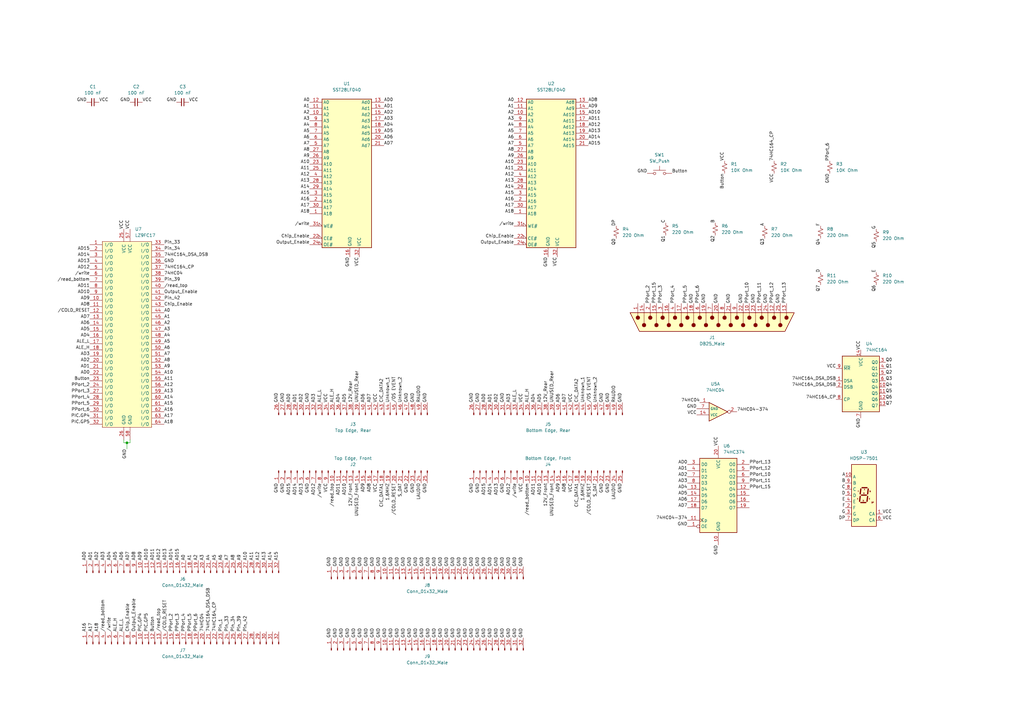
<source format=kicad_sch>
(kicad_sch (version 20211123) (generator eeschema)
  (paper "A3")
  (lib_symbols
    (symbol "74xx:74HC04"
      (property "Reference" "U5" (at -1.27 11.43 0))
      (property "Value" "74HC04" (at -1.27 8.89 0))
      (symbol "74HC04_1_0"
        (pin input line (at -7.62 3.81 0) (length 3.81) (name "~") (number "1"))
        (pin output inverted (at 7.62 0 180) (length 3.81) (name "~") (number "2"))
      )
      (symbol "74HC04_1_1"
        (pin power_in line (at -8.89 -1.27 0) (length 5.08) (name "VCC") (number "14"))
        (pin power_in line (at -8.89 1.27 0) (length 5.08) (name "GND") (number "7"))
      )
      (symbol "74HC04_2_0"
        (pin input line (at -7.62 0 0) (length 3.81) (name "~") (number "3"))
        (pin output inverted (at 7.62 0 180) (length 3.81) (name "~") (number "4"))
      )
      (symbol "74HC04_3_0"
        (pin input line (at -7.62 0 0) (length 3.81) (name "~") (number "5"))
        (pin output inverted (at 7.62 0 180) (length 3.81) (name "~") (number "6"))
      )
      (symbol "74HC04_4_0"
        (pin output inverted (at 7.62 0 180) (length 3.81) (name "~") (number "8"))
        (pin input line (at -7.62 0 0) (length 3.81) (name "~") (number "9"))
      )
      (symbol "74HC04_5_0"
        (pin output inverted (at 7.62 0 180) (length 3.81) (name "~") (number "10"))
        (pin input line (at -7.62 0 0) (length 3.81) (name "~") (number "11"))
      )
      (symbol "74HC04_6_0"
        (pin output inverted (at 7.62 0 180) (length 3.81) (name "~") (number "12"))
        (pin input line (at -7.62 0 0) (length 3.81) (name "~") (number "13"))
      )
      (symbol "74HC04_7_0"
        (pin power_in line (at 0 12.7 270) (length 5.08) (name "VCC") (number "14"))
        (pin power_in line (at 0 -12.7 90) (length 5.08) (name "GND") (number "7"))
      )
    )
    (symbol "74xx:74HC164"
      (property "Reference" "U" (at 1.905 -13.97 0))
      (property "Value" "74HC164" (at 1.905 -16.51 0))
      (symbol "74HC164_1_1"
        (pin input line (at -10.16 0 0) (length 2.54) (name "DSA") (number "1"))
        (pin output line (at 10.16 -2.54 180) (length 2.54) (name "Q4") (number "10"))
        (pin output line (at 10.16 -5.08 180) (length 2.54) (name "Q5") (number "11"))
        (pin output line (at 10.16 -7.62 180) (length 2.54) (name "Q6") (number "12"))
        (pin output line (at 10.16 -10.16 180) (length 2.54) (name "Q7") (number "13"))
        (pin power_in line (at 0 12.7 270) (length 2.54) (name "VCC") (number "14"))
        (pin input line (at -10.16 -2.54 0) (length 2.54) (name "DSB") (number "2"))
        (pin output line (at 10.16 7.62 180) (length 2.54) (name "Q0") (number "3"))
        (pin output line (at 10.16 5.08 180) (length 2.54) (name "Q1") (number "4"))
        (pin output line (at 10.16 2.54 180) (length 2.54) (name "Q2") (number "5"))
        (pin output line (at 10.16 0 180) (length 2.54) (name "Q3") (number "6"))
        (pin power_in line (at 0 -15.24 90) (length 2.54) (name "GND") (number "7"))
        (pin input line (at -10.16 -7.62 0) (length 2.54) (name "CP") (number "8"))
        (pin input line (at -10.16 5.08 0) (length 2.54) (name "~{MR}") (number "9"))
      )
    )
    (symbol "74xx:74HC374"
      (property "Reference" "U" (at -7.62 16.51 0))
      (property "Value" "74HC374" (at -7.62 -16.51 0))
      (symbol "74HC374_1_0"
        (pin input inverted (at -12.7 -12.7 0) (length 5.08) (name "OE") (number "1"))
        (pin power_in line (at 0 -20.32 90) (length 5.08) (name "GND") (number "10"))
        (pin input clock (at -12.7 -10.16 0) (length 5.08) (name "Cp") (number "11"))
        (pin tri_state line (at 12.7 2.54 180) (length 5.08) (name "O4") (number "12"))
        (pin input line (at -12.7 2.54 0) (length 5.08) (name "D4") (number "13"))
        (pin input line (at -12.7 0 0) (length 5.08) (name "D5") (number "14"))
        (pin tri_state line (at 12.7 0 180) (length 5.08) (name "O5") (number "15"))
        (pin tri_state line (at 12.7 -2.54 180) (length 5.08) (name "O6") (number "16"))
        (pin input line (at -12.7 -2.54 0) (length 5.08) (name "D6") (number "17"))
        (pin input line (at -12.7 -5.08 0) (length 5.08) (name "D7") (number "18"))
        (pin tri_state line (at 12.7 -5.08 180) (length 5.08) (name "O7") (number "19"))
        (pin tri_state line (at 12.7 12.7 180) (length 5.08) (name "O0") (number "2"))
        (pin power_in line (at 0 20.32 270) (length 5.08) (name "VCC") (number "20"))
        (pin input line (at -12.7 12.7 0) (length 5.08) (name "D0") (number "3"))
        (pin input line (at -12.7 10.16 0) (length 5.08) (name "D1") (number "4"))
        (pin tri_state line (at 12.7 10.16 180) (length 5.08) (name "O1") (number "5"))
        (pin tri_state line (at 12.7 7.62 180) (length 5.08) (name "O2") (number "6"))
        (pin input line (at -12.7 7.62 0) (length 5.08) (name "D2") (number "7"))
        (pin input line (at -12.7 5.08 0) (length 5.08) (name "D3") (number "8"))
        (pin tri_state line (at 12.7 5.08 180) (length 5.08) (name "O3") (number "9"))
      )
    )
    (symbol "Conn_01x25_Male_1" (pin_names (offset 1.016) hide)
      (property "Reference" "J?" (at 0 -5.08 90))
      (property "Value" "Conn_01x25_Male" (at 0 -2.54 90))
      (symbol "Conn_01x25_Male_1_1_1"
        (pin passive line (at 5.08 30.48 180) (length 3.81) (name "Pin_1") (number "26"))
        (pin passive line (at 5.08 27.94 180) (length 3.81) (name "Pin_2") (number "27"))
        (pin passive line (at 5.08 25.4 180) (length 3.81) (name "Pin_3") (number "28"))
        (pin passive line (at 5.08 22.86 180) (length 3.81) (name "Pin_4") (number "29"))
        (pin passive line (at 5.08 20.32 180) (length 3.81) (name "Pin_5") (number "30"))
        (pin passive line (at 5.08 17.78 180) (length 3.81) (name "Pin_6") (number "31"))
        (pin passive line (at 5.08 15.24 180) (length 3.81) (name "Pin_7") (number "32"))
        (pin passive line (at 5.08 12.7 180) (length 3.81) (name "Pin_8") (number "33"))
        (pin passive line (at 5.08 10.16 180) (length 3.81) (name "Pin_9") (number "34"))
        (pin passive line (at 5.08 7.62 180) (length 3.81) (name "Pin_10") (number "35"))
        (pin passive line (at 5.08 5.08 180) (length 3.81) (name "Pin_11") (number "36"))
        (pin passive line (at 5.08 2.54 180) (length 3.81) (name "Pin_12") (number "37"))
        (pin passive line (at 5.08 0 180) (length 3.81) (name "Pin_13") (number "38"))
        (pin passive line (at 5.08 -2.54 180) (length 3.81) (name "Pin_14") (number "39"))
        (pin passive line (at 5.08 -5.08 180) (length 3.81) (name "Pin_15") (number "40"))
        (pin passive line (at 5.08 -7.62 180) (length 3.81) (name "Pin_16") (number "41"))
        (pin passive line (at 5.08 -10.16 180) (length 3.81) (name "Pin_17") (number "42"))
        (pin passive line (at 5.08 -12.7 180) (length 3.81) (name "Pin_18") (number "43"))
        (pin passive line (at 5.08 -15.24 180) (length 3.81) (name "Pin_19") (number "44"))
        (pin passive line (at 5.08 -17.78 180) (length 3.81) (name "Pin_20") (number "45"))
        (pin passive line (at 5.08 -20.32 180) (length 3.81) (name "Pin_21") (number "46"))
        (pin passive line (at 5.08 -22.86 180) (length 3.81) (name "Pin_22") (number "47"))
        (pin passive line (at 5.08 -25.4 180) (length 3.81) (name "Pin_23") (number "48"))
        (pin passive line (at 5.08 -27.94 180) (length 3.81) (name "Pin_24") (number "49"))
        (pin passive line (at 5.08 -30.48 180) (length 3.81) (name "Pin_25") (number "50"))
      )
    )
    (symbol "Conn_01x25_Male_2" (pin_names (offset 1.016) hide)
      (property "Reference" "J5" (at 0 -2.54 90))
      (property "Value" "Conn_01x25_Male_2" (at 0 -5.08 90))
      (symbol "Conn_01x25_Male_2_1_1"
        (pin passive line (at 5.08 -30.48 180) (length 3.81) (name "Pin_25") (number "26"))
        (pin passive line (at 5.08 -27.94 180) (length 3.81) (name "Pin_24") (number "27"))
        (pin passive line (at 5.08 -25.4 180) (length 3.81) (name "Pin_23") (number "28"))
        (pin passive line (at 5.08 -22.86 180) (length 3.81) (name "Pin_22") (number "29"))
        (pin passive line (at 5.08 -20.32 180) (length 3.81) (name "Pin_21") (number "30"))
        (pin passive line (at 5.08 -17.78 180) (length 3.81) (name "Pin_20") (number "31"))
        (pin passive line (at 5.08 -15.24 180) (length 3.81) (name "Pin_19") (number "32"))
        (pin passive line (at 5.08 -12.7 180) (length 3.81) (name "Pin_18") (number "33"))
        (pin passive line (at 5.08 -10.16 180) (length 3.81) (name "Pin_17") (number "34"))
        (pin passive line (at 5.08 -7.62 180) (length 3.81) (name "Pin_16") (number "35"))
        (pin passive line (at 5.08 -5.08 180) (length 3.81) (name "Pin_15") (number "36"))
        (pin passive line (at 5.08 -2.54 180) (length 3.81) (name "Pin_14") (number "37"))
        (pin passive line (at 5.08 0 180) (length 3.81) (name "Pin_13") (number "38"))
        (pin passive line (at 5.08 2.54 180) (length 3.81) (name "Pin_12") (number "39"))
        (pin passive line (at 5.08 5.08 180) (length 3.81) (name "Pin_11") (number "40"))
        (pin passive line (at 5.08 7.62 180) (length 3.81) (name "Pin_10") (number "41"))
        (pin passive line (at 5.08 10.16 180) (length 3.81) (name "Pin_9") (number "42"))
        (pin passive line (at 5.08 12.7 180) (length 3.81) (name "Pin_8") (number "43"))
        (pin passive line (at 5.08 15.24 180) (length 3.81) (name "Pin_7") (number "44"))
        (pin passive line (at 5.08 17.78 180) (length 3.81) (name "Pin_6") (number "45"))
        (pin passive line (at 5.08 20.32 180) (length 3.81) (name "Pin_5") (number "46"))
        (pin passive line (at 5.08 22.86 180) (length 3.81) (name "Pin_4") (number "47"))
        (pin passive line (at 5.08 25.4 180) (length 3.81) (name "Pin_3") (number "48"))
        (pin passive line (at 5.08 27.94 180) (length 3.81) (name "Pin_2") (number "49"))
        (pin passive line (at 5.08 30.48 180) (length 3.81) (name "Pin_1") (number "50"))
      )
    )
    (symbol "Connector:Conn_01x25_Male" (pin_names (offset 1.016) hide)
      (property "Reference" "J" (at 0 33.02 0))
      (property "Value" "Conn_01x25_Male" (at 0 -33.02 0))
      (symbol "Conn_01x25_Male_1_1"
        (pin passive line (at 5.08 30.48 180) (length 3.81) (name "Pin_1") (number "1"))
        (pin passive line (at 5.08 7.62 180) (length 3.81) (name "Pin_10") (number "10"))
        (pin passive line (at 5.08 5.08 180) (length 3.81) (name "Pin_11") (number "11"))
        (pin passive line (at 5.08 2.54 180) (length 3.81) (name "Pin_12") (number "12"))
        (pin passive line (at 5.08 0 180) (length 3.81) (name "Pin_13") (number "13"))
        (pin passive line (at 5.08 -2.54 180) (length 3.81) (name "Pin_14") (number "14"))
        (pin passive line (at 5.08 -5.08 180) (length 3.81) (name "Pin_15") (number "15"))
        (pin passive line (at 5.08 -7.62 180) (length 3.81) (name "Pin_16") (number "16"))
        (pin passive line (at 5.08 -10.16 180) (length 3.81) (name "Pin_17") (number "17"))
        (pin passive line (at 5.08 -12.7 180) (length 3.81) (name "Pin_18") (number "18"))
        (pin passive line (at 5.08 -15.24 180) (length 3.81) (name "Pin_19") (number "19"))
        (pin passive line (at 5.08 27.94 180) (length 3.81) (name "Pin_2") (number "2"))
        (pin passive line (at 5.08 -17.78 180) (length 3.81) (name "Pin_20") (number "20"))
        (pin passive line (at 5.08 -20.32 180) (length 3.81) (name "Pin_21") (number "21"))
        (pin passive line (at 5.08 -22.86 180) (length 3.81) (name "Pin_22") (number "22"))
        (pin passive line (at 5.08 -25.4 180) (length 3.81) (name "Pin_23") (number "23"))
        (pin passive line (at 5.08 -27.94 180) (length 3.81) (name "Pin_24") (number "24"))
        (pin passive line (at 5.08 -30.48 180) (length 3.81) (name "Pin_25") (number "25"))
        (pin passive line (at 5.08 25.4 180) (length 3.81) (name "Pin_3") (number "3"))
        (pin passive line (at 5.08 22.86 180) (length 3.81) (name "Pin_4") (number "4"))
        (pin passive line (at 5.08 20.32 180) (length 3.81) (name "Pin_5") (number "5"))
        (pin passive line (at 5.08 17.78 180) (length 3.81) (name "Pin_6") (number "6"))
        (pin passive line (at 5.08 15.24 180) (length 3.81) (name "Pin_7") (number "7"))
        (pin passive line (at 5.08 12.7 180) (length 3.81) (name "Pin_8") (number "8"))
        (pin passive line (at 5.08 10.16 180) (length 3.81) (name "Pin_9") (number "9"))
      )
    )
    (symbol "Connector:Conn_01x32_Male" (pin_names (offset 1.016) hide)
      (property "Reference" "J" (at 0 40.64 0))
      (property "Value" "Conn_01x32_Male" (at 0 -43.18 0))
      (symbol "Conn_01x32_Male_1_1"
        (pin passive line (at 5.08 38.1 180) (length 3.81) (name "Pin_1") (number "1"))
        (pin passive line (at 5.08 15.24 180) (length 3.81) (name "Pin_10") (number "10"))
        (pin passive line (at 5.08 12.7 180) (length 3.81) (name "Pin_11") (number "11"))
        (pin passive line (at 5.08 10.16 180) (length 3.81) (name "Pin_12") (number "12"))
        (pin passive line (at 5.08 7.62 180) (length 3.81) (name "Pin_13") (number "13"))
        (pin passive line (at 5.08 5.08 180) (length 3.81) (name "Pin_14") (number "14"))
        (pin passive line (at 5.08 2.54 180) (length 3.81) (name "Pin_15") (number "15"))
        (pin passive line (at 5.08 0 180) (length 3.81) (name "Pin_16") (number "16"))
        (pin passive line (at 5.08 -2.54 180) (length 3.81) (name "Pin_17") (number "17"))
        (pin passive line (at 5.08 -5.08 180) (length 3.81) (name "Pin_18") (number "18"))
        (pin passive line (at 5.08 -7.62 180) (length 3.81) (name "Pin_19") (number "19"))
        (pin passive line (at 5.08 35.56 180) (length 3.81) (name "Pin_2") (number "2"))
        (pin passive line (at 5.08 -10.16 180) (length 3.81) (name "Pin_20") (number "20"))
        (pin passive line (at 5.08 -12.7 180) (length 3.81) (name "Pin_21") (number "21"))
        (pin passive line (at 5.08 -15.24 180) (length 3.81) (name "Pin_22") (number "22"))
        (pin passive line (at 5.08 -17.78 180) (length 3.81) (name "Pin_23") (number "23"))
        (pin passive line (at 5.08 -20.32 180) (length 3.81) (name "Pin_24") (number "24"))
        (pin passive line (at 5.08 -22.86 180) (length 3.81) (name "Pin_25") (number "25"))
        (pin passive line (at 5.08 -25.4 180) (length 3.81) (name "Pin_26") (number "26"))
        (pin passive line (at 5.08 -27.94 180) (length 3.81) (name "Pin_27") (number "27"))
        (pin passive line (at 5.08 -30.48 180) (length 3.81) (name "Pin_28") (number "28"))
        (pin passive line (at 5.08 -33.02 180) (length 3.81) (name "Pin_29") (number "29"))
        (pin passive line (at 5.08 33.02 180) (length 3.81) (name "Pin_3") (number "3"))
        (pin passive line (at 5.08 -35.56 180) (length 3.81) (name "Pin_30") (number "30"))
        (pin passive line (at 5.08 -38.1 180) (length 3.81) (name "Pin_31") (number "31"))
        (pin passive line (at 5.08 -40.64 180) (length 3.81) (name "Pin_32") (number "32"))
        (pin passive line (at 5.08 30.48 180) (length 3.81) (name "Pin_4") (number "4"))
        (pin passive line (at 5.08 27.94 180) (length 3.81) (name "Pin_5") (number "5"))
        (pin passive line (at 5.08 25.4 180) (length 3.81) (name "Pin_6") (number "6"))
        (pin passive line (at 5.08 22.86 180) (length 3.81) (name "Pin_7") (number "7"))
        (pin passive line (at 5.08 20.32 180) (length 3.81) (name "Pin_8") (number "8"))
        (pin passive line (at 5.08 17.78 180) (length 3.81) (name "Pin_9") (number "9"))
      )
    )
    (symbol "Connector:DB25_Male" (pin_names (offset 1.016) hide)
      (property "Reference" "J" (at 0 34.29 0))
      (property "Value" "DB25_Male" (at 0 -34.925 0))
      (symbol "DB25_Male_1_1"
        (pin passive line (at -7.62 -30.48 0) (length 3.81) (name "1") (number "1"))
        (pin passive line (at -7.62 15.24 0) (length 3.81) (name "10") (number "10"))
        (pin passive line (at -7.62 20.32 0) (length 3.81) (name "11") (number "11"))
        (pin passive line (at -7.62 25.4 0) (length 3.81) (name "12") (number "12"))
        (pin passive line (at -7.62 30.48 0) (length 3.81) (name "13") (number "13"))
        (pin passive line (at -7.62 -27.94 0) (length 3.81) (name "P14") (number "14"))
        (pin passive line (at -7.62 -22.86 0) (length 3.81) (name "P15") (number "15"))
        (pin passive line (at -7.62 -17.78 0) (length 3.81) (name "P16") (number "16"))
        (pin passive line (at -7.62 -12.7 0) (length 3.81) (name "P17") (number "17"))
        (pin passive line (at -7.62 -7.62 0) (length 3.81) (name "P18") (number "18"))
        (pin passive line (at -7.62 -2.54 0) (length 3.81) (name "P19") (number "19"))
        (pin passive line (at -7.62 -25.4 0) (length 3.81) (name "2") (number "2"))
        (pin passive line (at -7.62 2.54 0) (length 3.81) (name "P20") (number "20"))
        (pin passive line (at -7.62 7.62 0) (length 3.81) (name "P21") (number "21"))
        (pin passive line (at -7.62 12.7 0) (length 3.81) (name "P22") (number "22"))
        (pin passive line (at -7.62 17.78 0) (length 3.81) (name "P23") (number "23"))
        (pin passive line (at -7.62 22.86 0) (length 3.81) (name "P24") (number "24"))
        (pin passive line (at -7.62 27.94 0) (length 3.81) (name "P25") (number "25"))
        (pin passive line (at -7.62 -20.32 0) (length 3.81) (name "3") (number "3"))
        (pin passive line (at -7.62 -15.24 0) (length 3.81) (name "4") (number "4"))
        (pin passive line (at -7.62 -10.16 0) (length 3.81) (name "5") (number "5"))
        (pin passive line (at -7.62 -5.08 0) (length 3.81) (name "6") (number "6"))
        (pin passive line (at -7.62 0 0) (length 3.81) (name "7") (number "7"))
        (pin passive line (at -7.62 5.08 0) (length 3.81) (name "8") (number "8"))
        (pin passive line (at -7.62 10.16 0) (length 3.81) (name "9") (number "9"))
      )
    )
    (symbol "Custom_Flash:SST28LF040"
      (property "Reference" "U1" (at 0 38.1 0))
      (property "Value" "SST28LF040" (at 0 35.56 0))
      (symbol "SST28LF040_1_1"
        (pin input line (at -15.24 -15.24 0) (length 5.08) (name "A18") (number "1"))
        (pin input line (at -15.24 25.4 0) (length 5.08) (name "A2") (number "10"))
        (pin input line (at -15.24 27.94 0) (length 5.08) (name "A1") (number "11"))
        (pin input line (at -15.24 30.48 0) (length 5.08) (name "A0") (number "12"))
        (pin tri_state line (at 15.24 30.48 180) (length 5.08) (name "Ad0") (number "13"))
        (pin tri_state line (at 15.24 27.94 180) (length 5.08) (name "Ad1") (number "14"))
        (pin tri_state line (at 15.24 25.4 180) (length 5.08) (name "Ad2") (number "15"))
        (pin power_in line (at 1.27 -33.02 90) (length 3.81) (name "GND") (number "16"))
        (pin tri_state line (at 15.24 22.86 180) (length 5.08) (name "Ad3") (number "17"))
        (pin tri_state line (at 15.24 20.32 180) (length 5.08) (name "Ad4") (number "18"))
        (pin tri_state line (at 15.24 17.78 180) (length 5.08) (name "Ad5") (number "19"))
        (pin input line (at -15.24 -10.16 0) (length 5.08) (name "A16") (number "2"))
        (pin tri_state line (at 15.24 15.24 180) (length 5.08) (name "Ad6") (number "20"))
        (pin tri_state line (at 15.24 12.7 180) (length 5.08) (name "Ad7") (number "21"))
        (pin input input_low (at -15.24 -25.4 0) (length 5.08) (name "CE#") (number "22"))
        (pin input line (at -15.24 5.08 0) (length 5.08) (name "A10") (number "23"))
        (pin input input_low (at -15.24 -27.94 0) (length 5.08) (name "OE#") (number "24"))
        (pin input line (at -15.24 2.54 0) (length 5.08) (name "A11") (number "25"))
        (pin input line (at -15.24 7.62 0) (length 5.08) (name "A9") (number "26"))
        (pin input line (at -15.24 10.16 0) (length 5.08) (name "A8") (number "27"))
        (pin input line (at -15.24 -2.54 0) (length 5.08) (name "A13") (number "28"))
        (pin input line (at -15.24 -5.08 0) (length 5.08) (name "A14") (number "29"))
        (pin input line (at -15.24 -7.62 0) (length 5.08) (name "A15") (number "3"))
        (pin input line (at -15.24 -12.7 0) (length 5.08) (name "A17") (number "30"))
        (pin input input_low (at -15.24 -20.32 0) (length 5.08) (name "WE#") (number "31"))
        (pin power_in line (at 5.08 -33.02 90) (length 3.81) (name "VCC") (number "32"))
        (pin input line (at -15.24 0 0) (length 5.08) (name "A12") (number "4"))
        (pin input line (at -15.24 12.7 0) (length 5.08) (name "A7") (number "5"))
        (pin input line (at -15.24 15.24 0) (length 5.08) (name "A6") (number "6"))
        (pin input line (at -15.24 17.78 0) (length 5.08) (name "A5") (number "7"))
        (pin input line (at -15.24 20.32 0) (length 5.08) (name "A4") (number "8"))
        (pin input line (at -15.24 22.86 0) (length 5.08) (name "A3") (number "9"))
      )
    )
    (symbol "Custom_GAL:LZ9FC17" (pin_names (offset 1.016))
      (property "Reference" "U" (at -7.62 50.8 0))
      (property "Value" "LZ9FC17" (at 2.54 50.8 0))
      (symbol "LZ9FC17_1_1"
        (pin tri_state line (at -15.24 35.56 0) (length 5.08) (name "I/O") (number "1"))
        (pin tri_state line (at -15.24 12.7 0) (length 5.08) (name "I/O") (number "10"))
        (pin tri_state line (at -15.24 10.16 0) (length 5.08) (name "I/O") (number "11"))
        (pin tri_state line (at -15.24 7.62 0) (length 5.08) (name "I/O") (number "12"))
        (pin tri_state line (at -15.24 5.08 0) (length 5.08) (name "I/O") (number "13"))
        (pin tri_state line (at -15.24 2.54 0) (length 5.08) (name "I/O") (number "14"))
        (pin tri_state line (at -15.24 0 0) (length 5.08) (name "I/O") (number "15"))
        (pin tri_state line (at -15.24 -2.54 0) (length 5.08) (name "I/O") (number "16"))
        (pin tri_state line (at -15.24 -5.08 0) (length 5.08) (name "I/O") (number "17"))
        (pin tri_state line (at -15.24 -7.62 0) (length 5.08) (name "I/O") (number "18"))
        (pin tri_state line (at -15.24 -10.16 0) (length 5.08) (name "I/O") (number "19"))
        (pin tri_state line (at -15.24 33.02 0) (length 5.08) (name "I/O") (number "2"))
        (pin tri_state line (at -15.24 -12.7 0) (length 5.08) (name "I/O") (number "20"))
        (pin tri_state line (at -15.24 -15.24 0) (length 5.08) (name "I/O") (number "21"))
        (pin tri_state line (at -15.24 -17.78 0) (length 5.08) (name "I/O") (number "22"))
        (pin tri_state line (at -15.24 -20.32 0) (length 5.08) (name "I/O") (number "23"))
        (pin tri_state line (at -15.24 -22.86 0) (length 5.08) (name "I/O") (number "24"))
        (pin power_in line (at -1.27 41.91 270) (length 5.08) (name "VCC") (number "25"))
        (pin power_in line (at -1.27 -44.45 90) (length 5.08) (name "GND") (number "26"))
        (pin tri_state line (at -15.24 -25.4 0) (length 5.08) (name "I/O") (number "27"))
        (pin tri_state line (at -15.24 -27.94 0) (length 5.08) (name "I/O") (number "28"))
        (pin tri_state line (at -15.24 -30.48 0) (length 5.08) (name "I/O") (number "29"))
        (pin tri_state line (at -15.24 30.48 0) (length 5.08) (name "I/O") (number "3"))
        (pin tri_state line (at -15.24 -33.02 0) (length 5.08) (name "I/O") (number "30"))
        (pin tri_state line (at -15.24 -35.56 0) (length 5.08) (name "I/O") (number "31"))
        (pin tri_state line (at -15.24 -38.1 0) (length 5.08) (name "I/O") (number "32"))
        (pin tri_state line (at 15.24 35.56 180) (length 5.08) (name "I/O") (number "33"))
        (pin tri_state line (at 15.24 33.02 180) (length 5.08) (name "I/O") (number "34"))
        (pin tri_state line (at 15.24 30.48 180) (length 5.08) (name "I/O") (number "35"))
        (pin tri_state line (at 15.24 27.94 180) (length 5.08) (name "I/O") (number "36"))
        (pin tri_state line (at 15.24 25.4 180) (length 5.08) (name "I/O") (number "37"))
        (pin tri_state line (at 15.24 22.86 180) (length 5.08) (name "I/O") (number "38"))
        (pin tri_state line (at 15.24 20.32 180) (length 5.08) (name "I/O") (number "39"))
        (pin tri_state line (at -15.24 27.94 0) (length 5.08) (name "I/O") (number "4"))
        (pin tri_state line (at 15.24 17.78 180) (length 5.08) (name "I/O") (number "40"))
        (pin tri_state line (at 15.24 15.24 180) (length 5.08) (name "I/O") (number "41"))
        (pin tri_state line (at 15.24 12.7 180) (length 5.08) (name "I/O") (number "42"))
        (pin tri_state line (at 15.24 10.16 180) (length 5.08) (name "I/O") (number "43"))
        (pin tri_state line (at 15.24 7.62 180) (length 5.08) (name "I/O") (number "44"))
        (pin tri_state line (at 15.24 5.08 180) (length 5.08) (name "I/O") (number "45"))
        (pin tri_state line (at 15.24 2.54 180) (length 5.08) (name "I/O") (number "46"))
        (pin tri_state line (at 15.24 0 180) (length 5.08) (name "I/O") (number "47"))
        (pin tri_state line (at 15.24 -2.54 180) (length 5.08) (name "I/O") (number "48"))
        (pin tri_state line (at 15.24 -5.08 180) (length 5.08) (name "I/O") (number "49"))
        (pin tri_state line (at -15.24 25.4 0) (length 5.08) (name "I/O") (number "5"))
        (pin tri_state line (at 15.24 -7.62 180) (length 5.08) (name "I/O") (number "50"))
        (pin tri_state line (at 15.24 -10.16 180) (length 5.08) (name "I/O") (number "51"))
        (pin tri_state line (at 15.24 -12.7 180) (length 5.08) (name "I/O") (number "52"))
        (pin tri_state line (at 15.24 -15.24 180) (length 5.08) (name "I/O") (number "53"))
        (pin tri_state line (at 15.24 -17.78 180) (length 5.08) (name "I/O") (number "54"))
        (pin tri_state line (at 15.24 -20.32 180) (length 5.08) (name "I/O") (number "55"))
        (pin tri_state line (at 15.24 -22.86 180) (length 5.08) (name "I/O") (number "56"))
        (pin power_in line (at 1.27 41.91 270) (length 5.08) (name "VCC") (number "57"))
        (pin tri_state line (at 1.27 -44.45 90) (length 5.08) (name "GND") (number "58"))
        (pin tri_state line (at 15.24 -25.4 180) (length 5.08) (name "I/O") (number "59"))
        (pin tri_state line (at -15.24 22.86 0) (length 5.08) (name "I/O") (number "6"))
        (pin tri_state line (at 15.24 -27.94 180) (length 5.08) (name "I/O") (number "60"))
        (pin tri_state line (at 15.24 -30.48 180) (length 5.08) (name "I/O") (number "61"))
        (pin tri_state line (at 15.24 -33.02 180) (length 5.08) (name "I/O") (number "62"))
        (pin tri_state line (at 15.24 -35.56 180) (length 5.08) (name "I/O") (number "63"))
        (pin tri_state line (at 15.24 -38.1 180) (length 5.08) (name "I/O") (number "64"))
        (pin tri_state line (at -15.24 20.32 0) (length 5.08) (name "I/O") (number "7"))
        (pin tri_state line (at -15.24 17.78 0) (length 5.08) (name "I/O") (number "8"))
        (pin tri_state line (at -15.24 15.24 0) (length 5.08) (name "I/O") (number "9"))
      )
    )
    (symbol "Device:C_Small" (pin_numbers hide) (pin_names (offset 0.254) hide)
      (property "Reference" "C" (at 0.254 1.778 0))
      (property "Value" "C_Small" (at 0.254 -2.032 0))
      (symbol "C_Small_1_1"
        (pin passive line (at 0 2.54 270) (length 2.032) (name "~") (number "1"))
        (pin passive line (at 0 -2.54 90) (length 2.032) (name "~") (number "2"))
      )
    )
    (symbol "Device:R_Small_US" (pin_numbers hide) (pin_names (offset 0.254) hide)
      (property "Reference" "R" (at 0.762 0.508 0))
      (property "Value" "R_Small_US" (at 0.762 -1.016 0))
      (symbol "R_Small_US_1_1"
        (pin passive line (at 0 2.54 270) (length 1.016) (name "~") (number "1"))
        (pin passive line (at 0 -2.54 90) (length 1.016) (name "~") (number "2"))
      )
    )
    (symbol "Display_Character:HDSP-7501"
      (property "Reference" "U" (at -3.81 13.97 0))
      (property "Value" "HDSP-7501" (at 6.35 13.97 0))
      (symbol "HDSP-7501_1_0"
        (text "A" (at 0.254 2.413 0) (effects (font (size 0.508 0.508))))
        (text "B" (at 2.54 1.651 0) (effects (font (size 0.508 0.508))))
        (text "C" (at 2.286 -1.397 0) (effects (font (size 0.508 0.508))))
        (text "D" (at -0.254 -2.159 0) (effects (font (size 0.508 0.508))))
        (text "DP" (at 3.556 -2.921 0) (effects (font (size 0.508 0.508))))
        (text "E" (at -2.54 -1.397 0) (effects (font (size 0.508 0.508))))
        (text "F" (at -2.286 1.651 0) (effects (font (size 0.508 0.508))))
        (text "G" (at 0 0.889 0) (effects (font (size 0.508 0.508))))
      )
      (symbol "HDSP-7501_1_1"
        (pin input line (at 7.62 -7.62 180) (length 2.54) (name "CA") (number "1"))
        (pin input line (at -7.62 7.62 0) (length 2.54) (name "A") (number "10"))
        (pin input line (at -7.62 -5.08 0) (length 2.54) (name "F") (number "2"))
        (pin input line (at -7.62 -7.62 0) (length 2.54) (name "G") (number "3"))
        (pin input line (at -7.62 -2.54 0) (length 2.54) (name "E") (number "4"))
        (pin input line (at -7.62 0 0) (length 2.54) (name "D") (number "5"))
        (pin input line (at 7.62 -10.16 180) (length 2.54) (name "CA") (number "6"))
        (pin input line (at -7.62 -10.16 0) (length 2.54) (name "DP") (number "7"))
        (pin input line (at -7.62 2.54 0) (length 2.54) (name "C") (number "8"))
        (pin input line (at -7.62 5.08 0) (length 2.54) (name "B") (number "9"))
      )
    )
    (symbol "SST28LF040_1"
      (property "Reference" "U2" (at 0 38.1 0))
      (property "Value" "SST28LF040" (at 0 35.56 0))
      (symbol "SST28LF040_1_1_1"
        (pin input line (at -15.24 -15.24 0) (length 5.08) (name "A18") (number "1"))
        (pin input line (at -15.24 25.4 0) (length 5.08) (name "A2") (number "10"))
        (pin input line (at -15.24 27.94 0) (length 5.08) (name "A1") (number "11"))
        (pin input line (at -15.24 30.48 0) (length 5.08) (name "A0") (number "12"))
        (pin tri_state line (at 15.24 30.48 180) (length 5.08) (name "Ad8") (number "13"))
        (pin tri_state line (at 15.24 27.94 180) (length 5.08) (name "Ad9") (number "14"))
        (pin tri_state line (at 15.24 25.4 180) (length 5.08) (name "Ad10") (number "15"))
        (pin power_in line (at -1.27 -33.02 90) (length 3.81) (name "GND") (number "16"))
        (pin tri_state line (at 15.24 22.86 180) (length 5.08) (name "Ad11") (number "17"))
        (pin tri_state line (at 15.24 20.32 180) (length 5.08) (name "Ad12") (number "18"))
        (pin tri_state line (at 15.24 17.78 180) (length 5.08) (name "Ad13") (number "19"))
        (pin input line (at -15.24 -10.16 0) (length 5.08) (name "A16") (number "2"))
        (pin tri_state line (at 15.24 15.24 180) (length 5.08) (name "Ad14") (number "20"))
        (pin tri_state line (at 15.24 12.7 180) (length 5.08) (name "Ad15") (number "21"))
        (pin input input_low (at -15.24 -25.4 0) (length 5.08) (name "CE#") (number "22"))
        (pin input line (at -15.24 5.08 0) (length 5.08) (name "A10") (number "23"))
        (pin input input_low (at -15.24 -27.94 0) (length 5.08) (name "OE#") (number "24"))
        (pin input line (at -15.24 2.54 0) (length 5.08) (name "A11") (number "25"))
        (pin input line (at -15.24 7.62 0) (length 5.08) (name "A9") (number "26"))
        (pin input line (at -15.24 10.16 0) (length 5.08) (name "A8") (number "27"))
        (pin input line (at -15.24 -2.54 0) (length 5.08) (name "A13") (number "28"))
        (pin input line (at -15.24 -5.08 0) (length 5.08) (name "A14") (number "29"))
        (pin input line (at -15.24 -7.62 0) (length 5.08) (name "A15") (number "3"))
        (pin input line (at -15.24 -12.7 0) (length 5.08) (name "A17") (number "30"))
        (pin input input_low (at -15.24 -20.32 0) (length 5.08) (name "WE#") (number "31"))
        (pin power_in line (at 2.54 -33.02 90) (length 3.81) (name "VCC") (number "32"))
        (pin input line (at -15.24 0 0) (length 5.08) (name "A12") (number "4"))
        (pin input line (at -15.24 12.7 0) (length 5.08) (name "A7") (number "5"))
        (pin input line (at -15.24 15.24 0) (length 5.08) (name "A6") (number "6"))
        (pin input line (at -15.24 17.78 0) (length 5.08) (name "A5") (number "7"))
        (pin input line (at -15.24 20.32 0) (length 5.08) (name "A4") (number "8"))
        (pin input line (at -15.24 22.86 0) (length 5.08) (name "A3") (number "9"))
      )
    )
    (symbol "Switch:SW_Push" (pin_numbers hide) (pin_names (offset 1.016) hide)
      (property "Reference" "SW" (at 1.27 2.54 0))
      (property "Value" "SW_Push" (at 0 -1.524 0))
      (symbol "SW_Push_0_1"
        (pin passive line (at -5.08 0 0) (length 2.54) (name "1") (number "1"))
        (pin passive line (at 5.08 0 180) (length 2.54) (name "2") (number "2"))
      )
    )
  )
  (junction (at 52.07 181.61))
  (wire (pts (xy 50.8 181.61) (xy 52.07 181.61)))
  (wire (pts (xy 52.07 181.61) (xy 52.07 184.15)))
  (wire (pts (xy 53.34 180.34) (xy 53.34 181.61)))
  (wire (pts (xy 50.8 180.34) (xy 50.8 181.61)))
  (wire (pts (xy 52.07 181.61) (xy 53.34 181.61)))
  (label "B" (at 293.37 91.44 90))
  (label "{slash}write" (at 212.09 198.12 270))
  (label "AD3" (at 36.83 146.05 180))
  (label "GND" (at 196.85 198.12 270))
  (label "AD11" (at 36.83 118.11 180))
  (label "GND" (at 207.01 165.1 90))
  (label "AD13" (at 204.47 198.12 270))
  (label "GND" (at 191.77 261.62 90))
  (label "{slash}COLD_RESET" (at 36.83 128.27 180))
  (label "Q3" (at 363.22 156.21 0))
  (label "CIC_DATA1" (at 237.49 198.12 270))
  (label "PPort_2" (at 36.83 158.75 180))
  (label "A6" (at 91.44 229.87 90))
  (label "GND" (at 299.72 124.46 90))
  (label "AD3" (at 43.18 229.87 90))
  (label "AD8" (at 232.41 198.12 270))
  (label "GND" (at 199.39 261.62 90))
  (label "AD5" (at 48.26 229.87 90))
  (label "AD1" (at 38.1 229.87 90))
  (label "GND" (at 265.43 71.12 180))
  (label "GND" (at 304.8 124.46 90))
  (label "GND" (at 175.26 198.12 270))
  (label "AD2" (at 157.48 46.99 0))
  (label "Q6" (at 363.22 163.83 0))
  (label "AD2" (at 36.83 148.59 180))
  (label "CIC_DATA2" (at 157.48 165.1 90))
  (label "GND" (at 35.56 41.91 180))
  (label "UNUSED_Front" (at 147.32 198.12 270))
  (label "VCC" (at 40.64 41.91 0))
  (label "Button" (at 36.83 156.21 180))
  (label "{slash}write" (at 132.08 198.12 270))
  (label "A12" (at 106.68 229.87 90))
  (label "AD12" (at 36.83 110.49 180))
  (label "PPort_6" (at 287.02 124.46 90))
  (label "GND" (at 146.05 232.41 90))
  (label "A5" (at 88.9 229.87 90))
  (label "AD6" (at 281.94 205.74 180))
  (label "AD5" (at 222.25 165.1 90))
  (label "AD1" (at 36.83 151.13 180))
  (label "A5" (at 67.31 140.97 0))
  (label "GND" (at 250.19 198.12 270))
  (label "VCC" (at 58.42 41.91 0))
  (label "PPort_4" (at 276.86 124.46 90))
  (label "AD14" (at 201.93 198.12 270))
  (label "AD2" (at 124.46 165.1 90))
  (label "A13" (at 210.82 74.93 180))
  (label "VCC" (at 285.75 170.18 180))
  (label "C" (at 273.05 91.44 90))
  (label "ALE_H" (at 137.16 165.1 90))
  (label "GND" (at 209.55 232.41 90))
  (label "GND" (at 72.39 41.91 180))
  (label "A12" (at 127 72.39 180))
  (label "PPort_12" (at 317.5 124.46 90))
  (label "AD4" (at 45.72 229.87 90))
  (label "GND" (at 194.31 198.12 270))
  (label "UNUSED_Rear" (at 147.32 165.1 90))
  (label "GND" (at 184.15 232.41 90))
  (label "PIC.GP5" (at 60.96 259.08 90))
  (label "{slash}write" (at 36.83 113.03 180))
  (label "PIC.GP5" (at 36.83 173.99 180))
  (label "{slash}read_top" (at 67.31 118.11 0))
  (label "GND" (at 140.97 261.62 90))
  (label "A6" (at 67.31 143.51 0))
  (label "AD3" (at 209.55 165.1 90))
  (label "A13" (at 67.31 161.29 0))
  (label "{slash}read_bottom" (at 43.18 259.08 90))
  (label "GND" (at 140.97 232.41 90))
  (label "74HC164_DSA_DSB" (at 67.31 105.41 0))
  (label "Pin_1" (at 91.44 259.08 90))
  (label "PPort_11" (at 312.42 124.46 90))
  (label "GND" (at 314.96 124.46 90))
  (label "AD14" (at 36.83 105.41 180))
  (label "AD2" (at 204.47 165.1 90))
  (label "74HC04" (at 67.31 113.03 0))
  (label "AD14" (at 71.12 229.87 90))
  (label "AD0" (at 281.94 190.5 180))
  (label "A14" (at 127 77.47 180))
  (label "PPort_3" (at 36.83 161.29 180))
  (label "AD10" (at 36.83 120.65 180))
  (label "A3" (at 67.31 135.89 0))
  (label "GND" (at 168.91 261.62 90))
  (label "A11" (at 127 69.85 180))
  (label "Pin_34" (at 96.52 259.08 90))
  (label "Button" (at 297.18 71.12 270))
  (label "A11" (at 104.14 229.87 90))
  (label "A8" (at 210.82 62.23 180))
  (label "GND" (at 156.21 232.41 90))
  (label "Chip_Enable" (at 210.82 97.79 180))
  (label "GND" (at 116.84 198.12 270))
  (label "AD3" (at 281.94 198.12 180))
  (label "GND" (at 158.75 232.41 90))
  (label "VCC" (at 134.62 165.1 90))
  (label "GND" (at 176.53 232.41 90))
  (label "GND" (at 171.45 232.41 90))
  (label "CIC_DATA1" (at 157.48 198.12 270))
  (label "GND" (at 207.01 261.62 90))
  (label "A7" (at 127 59.69 180))
  (label "A3" (at 83.82 229.87 90))
  (label "A18" (at 67.31 173.99 0))
  (label "F" (at 346.71 208.28 180))
  (label "A1" (at 78.74 229.87 90))
  (label "Q3" (at 313.69 97.79 270))
  (label "AD8" (at 36.83 125.73 180))
  (label "A10" (at 67.31 153.67 0))
  (label "AD9" (at 58.42 229.87 90))
  (label "GND" (at 153.67 232.41 90))
  (label "A1" (at 210.82 44.45 180))
  (label "GND" (at 186.69 261.62 90))
  (label "Q5" (at 359.41 99.06 270))
  (label "PIC.GP4" (at 58.42 259.08 90))
  (label "GND" (at 67.31 107.95 0))
  (label "GND" (at 170.18 198.12 270))
  (label "Output_Enable" (at 55.88 259.08 90))
  (label "Q2" (at 293.37 96.52 270))
  (label "A0" (at 67.31 128.27 0))
  (label "A18" (at 210.82 87.63 180))
  (label "PPort_4" (at 36.83 163.83 180))
  (label "74HC04-374" (at 281.94 213.36 180))
  (label "GND" (at 186.69 232.41 90))
  (label "Button" (at 63.5 259.08 90))
  (label "GND" (at 281.94 215.9 180))
  (label "PPort_2" (at 266.7 124.46 90))
  (label "GND" (at 212.09 232.41 90))
  (label "GND" (at 163.83 261.62 90))
  (label "GND" (at 209.55 261.62 90))
  (label "GND" (at 138.43 232.41 90))
  (label "Q4" (at 336.55 97.79 270))
  (label "ALE_H" (at 48.26 259.08 90))
  (label "AD15" (at 119.38 198.12 270))
  (label "GND" (at 289.56 124.46 90))
  (label "GND" (at 214.63 232.41 90))
  (label "GND" (at 320.04 124.46 90))
  (label "GND" (at 224.79 105.41 270))
  (label "PPort_6" (at 36.83 168.91 180))
  (label "VCC" (at 361.95 210.82 0))
  (label "AD13" (at 68.58 229.87 90))
  (label "74HC164_DSA_DSB" (at 342.9 158.75 180))
  (label "Unknown_2" (at 245.11 165.1 90))
  (label "GND" (at 207.01 198.12 270))
  (label "PPort_15" (at 307.34 200.66 0))
  (label "E" (at 346.71 205.74 180))
  (label "AD10" (at 142.24 198.12 270))
  (label "AD6" (at 149.86 165.1 90))
  (label "A2" (at 81.28 229.87 90))
  (label "PPort_6" (at 81.28 259.08 90))
  (label "VCC" (at 234.95 198.12 270))
  (label "GND" (at 163.83 232.41 90))
  (label "GND" (at 199.39 232.41 90))
  (label "A1" (at 67.31 130.81 0))
  (label "A12" (at 210.82 72.39 180))
  (label "PPort_4" (at 76.2 259.08 90))
  (label "GND" (at 158.75 261.62 90))
  (label "AD5" (at 157.48 54.61 0))
  (label "AD7" (at 281.94 208.28 180))
  (label "A9" (at 67.31 151.13 0))
  (label "A15" (at 114.3 229.87 90))
  (label "Pin_39" (at 67.31 115.57 0))
  (label "{slash}write" (at 210.82 92.71 180))
  (label "12V_Rear" (at 144.78 165.1 90))
  (label "GND" (at 135.89 261.62 90))
  (label "GND" (at 166.37 261.62 90))
  (label "AD7" (at 152.4 165.1 90))
  (label "A6" (at 210.82 57.15 180))
  (label "{slash}COLD_RESET" (at 68.58 259.08 90))
  (label "CIC_DATA2" (at 237.49 165.1 90))
  (label "AD5" (at 36.83 135.89 180))
  (label "AD0" (at 36.83 153.67 180))
  (label "AD15" (at 199.39 198.12 270))
  (label "12V_Rear" (at 224.79 165.1 90))
  (label "VCC" (at 214.63 198.12 270))
  (label "Chip_Enable" (at 127 97.79 180))
  (label "Unknown_2" (at 165.1 165.1 90))
  (label "AD13" (at 241.3 54.61 0))
  (label "GND" (at 191.77 232.41 90))
  (label "A14" (at 210.82 77.47 180))
  (label "A0" (at 127 41.91 180))
  (label "GND" (at 247.65 165.1 90))
  (label "12V_Front" (at 224.79 198.12 270))
  (label "ALE_L" (at 132.08 165.1 90))
  (label "74HC164_CP" (at 88.9 259.08 90))
  (label "D" (at 346.71 203.2 180))
  (label "DP" (at 346.71 213.36 180))
  (label "GND" (at 173.99 261.62 90))
  (label "DP" (at 252.73 92.71 90))
  (label "AD1" (at 157.48 44.45 0))
  (label "A2" (at 67.31 133.35 0))
  (label "ALE_L" (at 36.83 140.97 180))
  (label "AD6" (at 157.48 57.15 0))
  (label "GND" (at 353.06 171.45 270))
  (label "A1" (at 127 44.45 180))
  (label "{slash}read_bottom" (at 217.17 198.12 270))
  (label "A12" (at 67.31 158.75 0))
  (label "ALE_L" (at 212.09 165.1 90))
  (label "A" (at 313.69 92.71 90))
  (label "ALE_H" (at 36.83 143.51 180))
  (label "AD9" (at 241.3 44.45 0))
  (label "A17" (at 210.82 85.09 180))
  (label "VCC" (at 53.34 93.98 90))
  (label "GND" (at 194.31 261.62 90))
  (label "AD7" (at 36.83 130.81 180))
  (label "GND" (at 127 198.12 270))
  (label "AD12" (at 66.04 229.87 90))
  (label "VCC" (at 342.9 151.13 180))
  (label "PPort_2" (at 71.12 259.08 90))
  (label "Pin_42" (at 101.6 259.08 90))
  (label "PPort_5" (at 78.74 259.08 90))
  (label "A2" (at 127 46.99 180))
  (label "A5" (at 210.82 54.61 180))
  (label "A10" (at 101.6 229.87 90))
  (label "GND" (at 181.61 261.62 90))
  (label "GND" (at 309.88 124.46 90))
  (label "A7" (at 67.31 146.05 0))
  (label "GND" (at 204.47 261.62 90))
  (label "GND" (at 189.23 232.41 90))
  (label "GND" (at 114.3 198.12 270))
  (label "A11" (at 67.31 156.21 0))
  (label "PPort_6" (at 340.36 66.04 90))
  (label "1.6MHZ" (at 160.02 198.12 270))
  (label "S_DAT" (at 245.11 198.12 270))
  (label "AD15" (at 73.66 229.87 90))
  (label "A0" (at 210.82 41.91 180))
  (label "VCC" (at 147.32 105.41 270))
  (label "A7" (at 93.98 229.87 90))
  (label "GND" (at 156.21 261.62 90))
  (label "GND" (at 53.34 41.91 180))
  (label "GND" (at 181.61 232.41 90))
  (label "Output_Enable" (at 210.82 100.33 180))
  (label "RAUDIO" (at 172.72 165.1 90))
  (label "74HC164_CP" (at 67.31 110.49 0))
  (label "AD3" (at 129.54 165.1 90))
  (label "A4" (at 67.31 138.43 0))
  (label "A13" (at 127 74.93 180))
  (label "AD4" (at 157.48 52.07 0))
  (label "GND" (at 194.31 232.41 90))
  (label "A3" (at 127 49.53 180))
  (label "GND" (at 167.64 198.12 270))
  (label "GND" (at 148.59 232.41 90))
  (label "GND" (at 171.45 261.62 90))
  (label "A13" (at 109.22 229.87 90))
  (label "A15" (at 127 80.01 180))
  (label "GND" (at 255.27 198.12 270))
  (label "12V_Front" (at 144.78 198.12 270))
  (label "GND" (at 179.07 232.41 90))
  (label "74HC164_CP" (at 317.5 66.04 90))
  (label "Chip_Enable" (at 53.34 259.08 90))
  (label "G" (at 359.41 93.98 90))
  (label "GND" (at 52.07 184.15 270))
  (label "GND" (at 127 165.1 90))
  (label "GND" (at 170.18 165.1 90))
  (label "{slash}read_top" (at 66.04 259.08 90))
  (label "{slash}read_top" (at 137.16 198.12 270))
  (label "AD11" (at 241.3 49.53 0))
  (label "PPort_5" (at 36.83 166.37 180))
  (label "74HC164_CP" (at 342.9 163.83 180))
  (label "VCC" (at 77.47 41.91 0))
  (label "A4" (at 127 52.07 180))
  (label "AD1" (at 121.92 165.1 90))
  (label "AD13" (at 36.83 107.95 180))
  (label "A17" (at 127 85.09 180))
  (label "Output_Enable" (at 67.31 120.65 0))
  (label "VCC" (at 294.64 182.88 90))
  (label "GND" (at 143.51 232.41 90))
  (label "GND" (at 166.37 232.41 90))
  (label "S_DAT" (at 165.1 198.12 270))
  (label "AD6" (at 229.87 165.1 90))
  (label "Output_Enable" (at 127 100.33 180))
  (label "AD7" (at 53.34 229.87 90))
  (label "PPort_13" (at 307.34 190.5 0))
  (label "GND" (at 201.93 261.62 90))
  (label "A17" (at 38.1 259.08 90))
  (label "AD10" (at 60.96 229.87 90))
  (label "AD2" (at 281.94 195.58 180))
  (label "GND" (at 184.15 261.62 90))
  (label "AD15" (at 36.83 102.87 180))
  (label "PPort_10" (at 307.34 195.58 0))
  (label "AD0" (at 119.38 165.1 90))
  (label "1.6MHZ" (at 240.03 198.12 270))
  (label "AD0" (at 157.48 41.91 0))
  (label "GND" (at 250.19 165.1 90))
  (label "PPort_13" (at 322.58 124.46 90))
  (label "AD6" (at 36.83 133.35 180))
  (label "AD8" (at 152.4 198.12 270))
  (label "AD7" (at 232.41 165.1 90))
  (label "Pin_33" (at 93.98 259.08 90))
  (label "GND" (at 196.85 165.1 90))
  (label "AD4" (at 219.71 165.1 90))
  (label "Pin_39" (at 99.06 259.08 90))
  (label "Q7" (at 336.55 116.84 270))
  (label "PPort_3" (at 73.66 259.08 90))
  (label "A0" (at 76.2 229.87 90))
  (label "VCC" (at 361.95 213.36 0))
  (label "PPort_12" (at 307.34 193.04 0))
  (label "AD7" (at 157.48 59.69 0))
  (label "AD15" (at 241.3 59.69 0))
  (label "AD11" (at 63.5 229.87 90))
  (label "A8" (at 127 62.23 180))
  (label "A8" (at 67.31 148.59 0))
  (label "Q1" (at 363.22 151.13 0))
  (label "AD10" (at 222.25 198.12 270))
  (label "GND" (at 196.85 261.62 90))
  (label "D" (at 336.55 111.76 90))
  (label "B" (at 346.71 198.12 180))
  (label "AD1" (at 281.94 193.04 180))
  (label "A16" (at 67.31 168.91 0))
  (label "GND" (at 201.93 232.41 90))
  (label "VCC" (at 50.8 93.98 90))
  (label "A9" (at 99.06 229.87 90))
  (label "AD9" (at 229.87 198.12 270))
  (label "GND" (at 214.63 261.62 90))
  (label "UNUSED_Front" (at 227.33 198.12 270))
  (label "GND" (at 294.64 223.52 270))
  (label "AD6" (at 50.8 229.87 90))
  (label "PPort_11" (at 307.34 198.12 0))
  (label "Chip_Enable" (at 67.31 125.73 0))
  (label "GND" (at 294.64 124.46 90))
  (label "GND" (at 340.36 71.12 270))
  (label "A15" (at 210.82 80.01 180))
  (label "GND" (at 168.91 232.41 90))
  (label "GND" (at 196.85 232.41 90))
  (label "VCC" (at 234.95 165.1 90))
  (label "VCC" (at 297.18 66.04 90))
  (label "AD3" (at 157.48 49.53 0))
  (label "A9" (at 210.82 64.77 180))
  (label "VCC" (at 154.94 165.1 90))
  (label "AD12" (at 129.54 198.12 270))
  (label "AD4" (at 139.7 165.1 90))
  (label "PPort_5" (at 281.94 124.46 90))
  (label "GND" (at 151.13 232.41 90))
  (label "AD11" (at 219.71 198.12 270))
  (label "AD5" (at 142.24 165.1 90))
  (label "GND" (at 194.31 165.1 90))
  (label "74HC04" (at 287.02 165.1 180))
  (label "GND" (at 207.01 232.41 90))
  (label "A16" (at 210.82 82.55 180))
  (label "AD4" (at 36.83 138.43 180))
  (label "Q2" (at 363.22 153.67 0))
  (label "{slash}write" (at 127 92.71 180))
  (label "Q1" (at 273.05 96.52 270))
  (label "GND" (at 204.47 232.41 90))
  (label "GND" (at 161.29 261.62 90))
  (label "{slash}COLD_RESET" (at 162.56 198.12 270))
  (label "{slash}OS EVENT" (at 162.56 165.1 90))
  (label "A16" (at 127 82.55 180))
  (label "A5" (at 127 54.61 180))
  (label "A3" (at 210.82 49.53 180))
  (label "{slash}read_bottom" (at 36.83 115.57 180))
  (label "GND" (at 161.29 232.41 90))
  (label "E" (at 359.41 111.76 90))
  (label "GND" (at 148.59 261.62 90))
  (label "UNUSED_Rear" (at 227.33 165.1 90))
  (label "Q4" (at 363.22 158.75 0))
  (label "VCC" (at 154.94 198.12 270))
  (label "{slash}OS EVENT" (at 242.57 165.1 90))
  (label "GND" (at 114.3 165.1 90))
  (label "AD8" (at 55.88 229.87 90))
  (label "{slash}COLD_RESET" (at 242.57 198.12 270))
  (label "VCC" (at 134.62 198.12 270))
  (label "LAUDIO" (at 172.72 198.12 270))
  (label "AD8" (at 241.3 41.91 0))
  (label "Button" (at 275.59 71.12 0))
  (label "Q6" (at 359.41 116.84 270))
  (label "{slash}write" (at 45.72 259.08 90))
  (label "GND" (at 167.64 165.1 90))
  (label "Unknown_1" (at 240.03 165.1 90))
  (label "AD0" (at 199.39 165.1 90))
  (label "A11" (at 210.82 69.85 180))
  (label "VCC" (at 353.06 143.51 90))
  (label "GND" (at 176.53 261.62 90))
  (label "A18" (at 127 87.63 180))
  (label "Pin_34" (at 67.31 102.87 0))
  (label "A8" (at 96.52 229.87 90))
  (label "A18" (at 40.64 259.08 90))
  (label "AD10" (at 241.3 46.99 0))
  (label "PPort_15" (at 269.24 124.46 90))
  (label "Q0" (at 363.22 148.59 0))
  (label "A2" (at 210.82 46.99 180))
  (label "A16" (at 35.56 259.08 90))
  (label "A9" (at 127 64.77 180))
  (label "AD9" (at 36.83 123.19 180))
  (label "A10" (at 210.82 67.31 180))
  (label "A15" (at 67.31 166.37 0))
  (label "GND" (at 173.99 232.41 90))
  (label "A" (at 346.71 195.58 180))
  (label "PPort_10" (at 307.34 124.46 90))
  (label "GND" (at 153.67 261.62 90))
  (label "GND" (at 143.51 261.62 90))
  (label "Q7" (at 363.22 166.37 0))
  (label "F" (at 336.55 92.71 90))
  (label "GND" (at 189.23 261.62 90))
  (label "VCC" (at 228.6 105.41 270))
  (label "74HC164_DSA_DSB" (at 86.36 259.08 90))
  (label "GND" (at 138.43 261.62 90))
  (label "GND" (at 116.84 165.1 90))
  (label "G" (at 346.71 210.82 180))
  (label "C" (at 346.71 200.66 180))
  (label "AD1" (at 201.93 165.1 90))
  (label "GND" (at 212.09 261.62 90))
  (label "AD12" (at 209.55 198.12 270))
  (label "LAUDIO" (at 252.73 198.12 270))
  (label "Pin_33" (at 67.31 100.33 0))
  (label "GND" (at 143.51 105.41 270))
  (label "A14" (at 111.76 229.87 90))
  (label "GND" (at 146.05 261.62 90))
  (label "74HC04" (at 83.82 259.08 90))
  (label "GND" (at 151.13 261.62 90))
  (label "GND" (at 255.27 165.1 90))
  (label "A7" (at 210.82 59.69 180))
  (label "AD12" (at 241.3 52.07 0))
  (label "ALE_H" (at 217.17 165.1 90))
  (label "VCC" (at 317.5 71.12 270))
  (label "AD13" (at 124.46 198.12 270))
  (label "74HC04-374" (at 302.26 168.91 0))
  (label "A4" (at 86.36 229.87 90))
  (label "AD11" (at 139.7 198.12 270))
  (label "AD4" (at 281.94 200.66 180))
  (label "A14" (at 67.31 163.83 0))
  (label "AD9" (at 149.86 198.12 270))
  (label "GND" (at 247.65 198.12 270))
  (label "Q0" (at 252.73 97.79 270))
  (label "GND" (at 284.48 124.46 90))
  (label "AD0" (at 35.56 229.87 90))
  (label "GND" (at 285.75 167.64 180))
  (label "A10" (at 127 67.31 180))
  (label "GND" (at 135.89 232.41 90))
  (label "AD14" (at 241.3 57.15 0))
  (label "GND" (at 179.07 261.62 90))
  (label "AD5" (at 281.94 203.2 180))
  (label "PPort_3" (at 271.78 124.46 90))
  (label "Pin_42" (at 67.31 123.19 0))
  (label "A6" (at 127 57.15 180))
  (label "ALE_L" (at 50.8 259.08 90))
  (label "A4" (at 210.82 52.07 180))
  (label "Unknown_1" (at 160.02 165.1 90))
  (label "74HC164_DSA_DSB" (at 342.9 156.21 180))
  (label "A17" (at 67.31 171.45 0))
  (label "Q5" (at 363.22 161.29 0))
  (label "AD2" (at 40.64 229.87 90))
  (label "PIC.GP4" (at 36.83 171.45 180))
  (label "RAUDIO" (at 252.73 165.1 90))
  (label "VCC" (at 214.63 165.1 90))
  (label "AD14" (at 121.92 198.12 270))
  (label "GND" (at 175.26 165.1 90))
  (symbol (lib_id "Device:C_Small") (at 55.88 41.91 270) (unit 1)
    (property "Reference" "C2" (at 55.8736 35.56 90))
    (property "Value" "100 nF" (at 55.8736 38.1 90))
    (property "Footprint" "REF1329:100 nF Cap" (effects hide))
  )
  (symbol (lib_id "Device:R_Small_US") (at 336.55 95.25 0) (unit 1)
    (property "Reference" "R8" (at 339.09 93.9799 0) (effects (justify left)))
    (property "Value" "220 Ohm" (at 339.09 96.5199 0) (effects (justify left)))
    (property "Footprint" "REF1329:220 Ohm Resistor" (effects hide))
  )
  (symbol (lib_id "Device:C_Small") (at 74.93 41.91 270) (unit 1)
    (property "Reference" "C3" (at 74.9236 35.56 90))
    (property "Value" "100 nF" (at 74.9236 38.1 90))
    (property "Footprint" "REF1329:100 nF Cap" (effects hide))
  )
  (symbol (lib_id "Device:R_Small_US") (at 336.55 114.3 0) (unit 1)
    (property "Reference" "R11" (at 339.09 113.0299 0) (effects (justify left)))
    (property "Value" "220 Ohm" (at 339.09 115.5699 0) (effects (justify left)))
    (property "Footprint" "REF1329:220 Ohm Resistor" (effects hide))
  )
  (symbol (lib_id "Switch:SW_Push") (at 270.51 71.12 0) (unit 1)
    (property "Reference" "SW1" (at 270.51 63.5 0))
    (property "Value" "SW_Push" (at 270.51 66.04 0))
    (property "Footprint" "REF1329:1mm Push Button" (effects hide))
  )
  (symbol (lib_id "Device:R_Small_US") (at 252.73 95.25 0) (unit 1)
    (property "Reference" "R4" (at 255.27 93.9799 0) (effects (justify left)))
    (property "Value" "220 Ohm" (at 255.27 96.5199 0) (effects (justify left)))
    (property "Footprint" "REF1329:220 Ohm Resistor" (effects hide))
  )
  (symbol (lib_id "Connector:DB25_Male") (at 292.1 132.08 270) (unit 1)
    (property "Reference" "J1" (at 292.1 138.43 90))
    (property "Value" "DB25_Male" (at 292.1 140.97 90))
    (property "Footprint" "REF1329:DSUB-25_Male_Vertical_P2.77x2.84mm" (effects hide))
    (property "Datasheet" " ~" (effects hide))
  )
  (symbol (lib_id "Device:R_Small_US") (at 359.41 96.52 0) (unit 1)
    (property "Reference" "R9" (at 361.95 95.2499 0) (effects (justify left)))
    (property "Value" "220 Ohm" (at 361.95 97.7899 0) (effects (justify left)))
    (property "Footprint" "REF1329:220 Ohm Resistor" (effects hide))
  )
  (symbol (lib_name "SST28LF040_1") (lib_id "Custom_Flash:SST28LF040") (at 226.06 72.39 0) (unit 1)
    (property "Reference" "U2" (at 226.06 34.29 0))
    (property "Value" "SST28LF040" (at 226.06 36.83 0))
    (property "Footprint" "REF1329:PLCC32" (effects hide))
  )
  (symbol (lib_id "Connector:Conn_01x25_Male") (at 224.79 193.04 90) (mirror x) (unit 1)
    (property "Reference" "J4" (at 224.79 190.5 90))
    (property "Value" "Bottom Edge, Front" (at 224.79 187.96 90))
    (property "Footprint" "REF1329:Cart Edge Connector" (effects hide))
  )
  (symbol (lib_id "Display_Character:HDSP-7501") (at 354.33 203.2 0) (unit 1)
    (property "Reference" "U3" (at 354.33 185.42 0))
    (property "Value" "HDSP-7501" (at 354.33 187.96 0))
    (property "Footprint" "REF1329:HDSP-7401" (effects hide))
    (property "Datasheet" "https://docs.broadcom.com/docs/AV02-2553EN" (effects hide))
  )
  (symbol (lib_id "Device:R_Small_US") (at 313.69 95.25 0) (unit 1)
    (property "Reference" "R7" (at 316.23 93.9799 0) (effects (justify left)))
    (property "Value" "220 Ohm" (at 316.23 96.5199 0) (effects (justify left)))
    (property "Footprint" "REF1329:220 Ohm Resistor" (effects hide))
  )
  (symbol (lib_id "74xx:74HC04") (at 294.64 168.91 0) (unit 1)
    (property "Reference" "U5" (at 293.37 157.48 0))
    (property "Value" "74HC04" (at 293.37 160.02 0))
    (property "Footprint" "REF1329:74HC04M" (effects hide))
  )
  (symbol (lib_id "Device:C_Small") (at 38.1 41.91 270) (unit 1)
    (property "Reference" "C1" (at 38.0936 35.56 90))
    (property "Value" "100 nF" (at 38.0936 38.1 90))
    (property "Footprint" "REF1329:100 nF Cap" (effects hide))
  )
  (symbol (lib_id "74xx:74HC374") (at 294.64 203.2 0) (unit 1)
    (property "Reference" "U6" (at 296.6594 182.88 0) (effects (justify left)))
    (property "Value" "74HC374" (at 296.6594 185.42 0) (effects (justify left)))
    (property "Footprint" "REF1329:74HC374" (effects hide))
    (property "Datasheet" "https://www.ti.com/lit/ds/symlink/cd74hct374.pdf" (effects hide))
  )
  (symbol (lib_id "Device:R_Small_US") (at 273.05 93.98 0) (unit 1)
    (property "Reference" "R5" (at 275.59 92.7099 0) (effects (justify left)))
    (property "Value" "220 Ohm" (at 275.59 95.2499 0) (effects (justify left)))
    (property "Footprint" "REF1329:220 Ohm Resistor" (effects hide))
  )
  (symbol (lib_id "74xx:74HC164") (at 353.06 156.21 0) (unit 1)
    (property "Reference" "U4" (at 355.0794 140.97 0) (effects (justify left)))
    (property "Value" "74HC164" (at 355.0794 143.51 0) (effects (justify left)))
    (property "Footprint" "REF1329:74HC164" (effects hide))
    (property "Datasheet" "https://assets.nexperia.com/documents/data-sheet/74HC_HCT164.pdf" (effects hide))
  )
  (symbol (lib_id "Device:R_Small_US") (at 293.37 93.98 0) (unit 1)
    (property "Reference" "R6" (at 295.91 92.7099 0) (effects (justify left)))
    (property "Value" "220 Ohm" (at 295.91 95.2499 0) (effects (justify left)))
    (property "Footprint" "REF1329:220 Ohm Resistor" (effects hide))
  )
  (symbol (lib_id "Device:R_Small_US") (at 340.36 68.58 0) (unit 1)
    (property "Reference" "R3" (at 342.9 67.3099 0) (effects (justify left)))
    (property "Value" "10K Ohm" (at 342.9 69.8499 0) (effects (justify left)))
    (property "Footprint" "REF1329:10k Ohm Resistor" (effects hide))
  )
  (symbol (lib_id "Device:R_Small_US") (at 317.5 68.58 0) (unit 1)
    (property "Reference" "R2" (at 320.04 67.3099 0) (effects (justify left)))
    (property "Value" "10K Ohm" (at 320.04 69.8499 0) (effects (justify left)))
    (property "Footprint" "REF1329:10k Ohm Resistor" (effects hide))
  )
  (symbol (lib_id "Connector:Conn_01x32_Male") (at 173.99 237.49 90) (unit 1)
    (property "Reference" "J8" (at 175.26 240.03 90))
    (property "Value" "Conn_01x32_Male" (at 175.26 242.57 90))
    (property "Footprint" "Connector_PinHeader_2.54mm:PinHeader_1x32_P2.54mm_Vertical" (effects hide))
  )
  (symbol (lib_id "Connector:Conn_01x32_Male") (at 73.66 234.95 90) (unit 1)
    (property "Reference" "J6" (at 74.93 237.49 90))
    (property "Value" "Conn_01x32_Male" (at 74.93 240.03 90))
    (property "Footprint" "Connector_PinHeader_2.54mm:PinHeader_1x32_P2.54mm_Vertical" (effects hide))
  )
  (symbol (lib_name "Conn_01x25_Male_1") (lib_id "Connector:Conn_01x25_Male") (at 144.78 170.18 90) (unit 1)
    (property "Reference" "J3" (at 144.78 173.99 90))
    (property "Value" "Top Edge, Rear" (at 144.78 176.53 90))
    (property "Footprint" "REF1329:Cart Edge Connector Back" (effects hide))
  )
  (symbol (lib_id "Custom_Flash:SST28LF040") (at 142.24 72.39 0) (unit 1)
    (property "Reference" "U1" (at 142.24 34.29 0))
    (property "Value" "SST28LF040" (at 142.24 36.83 0))
    (property "Footprint" "REF1329:PLCC32" (effects hide))
  )
  (symbol (lib_id "Connector:Conn_01x32_Male") (at 173.99 266.7 90) (unit 1)
    (property "Reference" "J9" (at 175.26 269.24 90))
    (property "Value" "Conn_01x32_Male" (at 175.26 271.78 90))
    (property "Footprint" "Connector_PinHeader_2.54mm:PinHeader_1x32_P2.54mm_Vertical" (effects hide))
  )
  (symbol (lib_id "Custom_GAL:LZ9FC17") (at 52.07 135.89 0) (unit 1)
    (property "Reference" "U7" (at 55.3594 93.98 0) (effects (justify left)))
    (property "Value" "LZ9FC17" (at 55.3594 96.52 0) (effects (justify left)))
    (property "Footprint" "REF1329:LZ9FC17 GAL" (effects hide))
  )
  (symbol (lib_name "Conn_01x25_Male_2") (lib_id "Connector:Conn_01x25_Male") (at 224.79 170.18 270) (mirror x) (unit 1)
    (property "Reference" "J5" (at 224.79 173.99 90))
    (property "Value" "Bottom Edge, Rear" (at 224.79 176.53 90))
    (property "Footprint" "REF1329:Cart Edge Connector Back" (effects hide))
  )
  (symbol (lib_id "Device:R_Small_US") (at 297.18 68.58 180) (unit 1)
    (property "Reference" "R1" (at 299.72 67.3099 0) (effects (justify right)))
    (property "Value" "10K Ohm" (at 299.72 69.8499 0) (effects (justify right)))
    (property "Footprint" "REF1329:10k Ohm Resistor" (effects hide))
  )
  (symbol (lib_id "Connector:Conn_01x32_Male") (at 73.66 264.16 90) (unit 1)
    (property "Reference" "J7" (at 74.93 266.7 90))
    (property "Value" "Conn_01x32_Male" (at 74.93 269.24 90))
    (property "Footprint" "Connector_PinHeader_2.54mm:PinHeader_1x32_P2.54mm_Vertical" (effects hide))
  )
  (symbol (lib_id "Connector:Conn_01x25_Male") (at 144.78 193.04 90) (mirror x) (unit 1)
    (property "Reference" "J2" (at 144.78 190.5 90))
    (property "Value" "Top Edge, Front" (at 144.78 187.96 90))
    (property "Footprint" "REF1329:Cart Edge Connector" (effects hide))
  )
  (symbol (lib_id "Device:R_Small_US") (at 359.41 114.3 0) (unit 1)
    (property "Reference" "R10" (at 361.95 113.0299 0) (effects (justify left)))
    (property "Value" "220 Ohm" (at 361.95 115.5699 0) (effects (justify left)))
    (property "Footprint" "REF1329:220 Ohm Resistor" (effects hide))
  )
)
</source>
